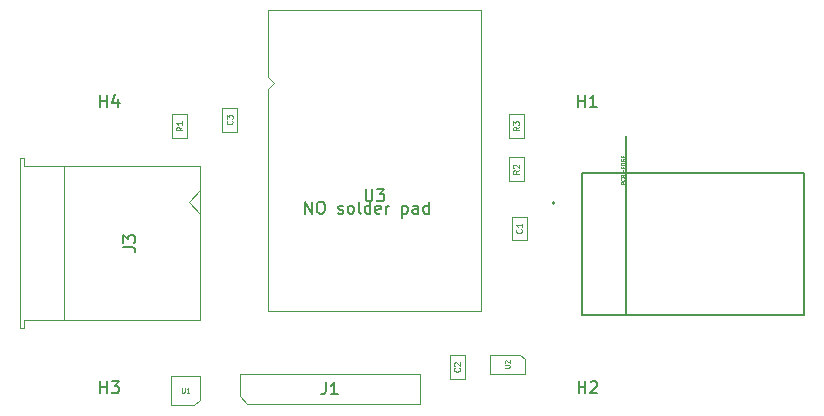
<source format=gbr>
G04 #@! TF.GenerationSoftware,KiCad,Pcbnew,(5.99.0-11535-gf6cac49802)*
G04 #@! TF.CreationDate,2021-08-06T14:04:52-04:00*
G04 #@! TF.ProjectId,esphome-humitemp,65737068-6f6d-4652-9d68-756d6974656d,1*
G04 #@! TF.SameCoordinates,Original*
G04 #@! TF.FileFunction,AssemblyDrawing,Top*
%FSLAX46Y46*%
G04 Gerber Fmt 4.6, Leading zero omitted, Abs format (unit mm)*
G04 Created by KiCad (PCBNEW (5.99.0-11535-gf6cac49802)) date 2021-08-06 14:04:52*
%MOMM*%
%LPD*%
G01*
G04 APERTURE LIST*
%ADD10C,0.150000*%
%ADD11C,0.080000*%
%ADD12C,0.060000*%
%ADD13C,0.100000*%
%ADD14C,0.127000*%
%ADD15C,0.200000*%
G04 APERTURE END LIST*
D10*
X111111904Y-61752380D02*
X111111904Y-60752380D01*
X111683333Y-61752380D01*
X111683333Y-60752380D01*
X112350000Y-60752380D02*
X112540476Y-60752380D01*
X112635714Y-60800000D01*
X112730952Y-60895238D01*
X112778571Y-61085714D01*
X112778571Y-61419047D01*
X112730952Y-61609523D01*
X112635714Y-61704761D01*
X112540476Y-61752380D01*
X112350000Y-61752380D01*
X112254761Y-61704761D01*
X112159523Y-61609523D01*
X112111904Y-61419047D01*
X112111904Y-61085714D01*
X112159523Y-60895238D01*
X112254761Y-60800000D01*
X112350000Y-60752380D01*
X113921428Y-61704761D02*
X114016666Y-61752380D01*
X114207142Y-61752380D01*
X114302380Y-61704761D01*
X114350000Y-61609523D01*
X114350000Y-61561904D01*
X114302380Y-61466666D01*
X114207142Y-61419047D01*
X114064285Y-61419047D01*
X113969047Y-61371428D01*
X113921428Y-61276190D01*
X113921428Y-61228571D01*
X113969047Y-61133333D01*
X114064285Y-61085714D01*
X114207142Y-61085714D01*
X114302380Y-61133333D01*
X114921428Y-61752380D02*
X114826190Y-61704761D01*
X114778571Y-61657142D01*
X114730952Y-61561904D01*
X114730952Y-61276190D01*
X114778571Y-61180952D01*
X114826190Y-61133333D01*
X114921428Y-61085714D01*
X115064285Y-61085714D01*
X115159523Y-61133333D01*
X115207142Y-61180952D01*
X115254761Y-61276190D01*
X115254761Y-61561904D01*
X115207142Y-61657142D01*
X115159523Y-61704761D01*
X115064285Y-61752380D01*
X114921428Y-61752380D01*
X115826190Y-61752380D02*
X115730952Y-61704761D01*
X115683333Y-61609523D01*
X115683333Y-60752380D01*
X116635714Y-61752380D02*
X116635714Y-60752380D01*
X116635714Y-61704761D02*
X116540476Y-61752380D01*
X116350000Y-61752380D01*
X116254761Y-61704761D01*
X116207142Y-61657142D01*
X116159523Y-61561904D01*
X116159523Y-61276190D01*
X116207142Y-61180952D01*
X116254761Y-61133333D01*
X116350000Y-61085714D01*
X116540476Y-61085714D01*
X116635714Y-61133333D01*
X117492857Y-61704761D02*
X117397619Y-61752380D01*
X117207142Y-61752380D01*
X117111904Y-61704761D01*
X117064285Y-61609523D01*
X117064285Y-61228571D01*
X117111904Y-61133333D01*
X117207142Y-61085714D01*
X117397619Y-61085714D01*
X117492857Y-61133333D01*
X117540476Y-61228571D01*
X117540476Y-61323809D01*
X117064285Y-61419047D01*
X117969047Y-61752380D02*
X117969047Y-61085714D01*
X117969047Y-61276190D02*
X118016666Y-61180952D01*
X118064285Y-61133333D01*
X118159523Y-61085714D01*
X118254761Y-61085714D01*
X119350000Y-61085714D02*
X119350000Y-62085714D01*
X119350000Y-61133333D02*
X119445238Y-61085714D01*
X119635714Y-61085714D01*
X119730952Y-61133333D01*
X119778571Y-61180952D01*
X119826190Y-61276190D01*
X119826190Y-61561904D01*
X119778571Y-61657142D01*
X119730952Y-61704761D01*
X119635714Y-61752380D01*
X119445238Y-61752380D01*
X119350000Y-61704761D01*
X120683333Y-61752380D02*
X120683333Y-61228571D01*
X120635714Y-61133333D01*
X120540476Y-61085714D01*
X120350000Y-61085714D01*
X120254761Y-61133333D01*
X120683333Y-61704761D02*
X120588095Y-61752380D01*
X120350000Y-61752380D01*
X120254761Y-61704761D01*
X120207142Y-61609523D01*
X120207142Y-61514285D01*
X120254761Y-61419047D01*
X120350000Y-61371428D01*
X120588095Y-61371428D01*
X120683333Y-61323809D01*
X121588095Y-61752380D02*
X121588095Y-60752380D01*
X121588095Y-61704761D02*
X121492857Y-61752380D01*
X121302380Y-61752380D01*
X121207142Y-61704761D01*
X121159523Y-61657142D01*
X121111904Y-61561904D01*
X121111904Y-61276190D01*
X121159523Y-61180952D01*
X121207142Y-61133333D01*
X121302380Y-61085714D01*
X121492857Y-61085714D01*
X121588095Y-61133333D01*
D11*
X100726190Y-54420833D02*
X100488095Y-54587500D01*
X100726190Y-54706547D02*
X100226190Y-54706547D01*
X100226190Y-54516071D01*
X100250000Y-54468452D01*
X100273809Y-54444642D01*
X100321428Y-54420833D01*
X100392857Y-54420833D01*
X100440476Y-54444642D01*
X100464285Y-54468452D01*
X100488095Y-54516071D01*
X100488095Y-54706547D01*
X100726190Y-53944642D02*
X100726190Y-54230357D01*
X100726190Y-54087500D02*
X100226190Y-54087500D01*
X100297619Y-54135119D01*
X100345238Y-54182738D01*
X100369047Y-54230357D01*
D10*
X93788095Y-76952380D02*
X93788095Y-75952380D01*
X93788095Y-76428571D02*
X94359523Y-76428571D01*
X94359523Y-76952380D02*
X94359523Y-75952380D01*
X94740476Y-75952380D02*
X95359523Y-75952380D01*
X95026190Y-76333333D01*
X95169047Y-76333333D01*
X95264285Y-76380952D01*
X95311904Y-76428571D01*
X95359523Y-76523809D01*
X95359523Y-76761904D01*
X95311904Y-76857142D01*
X95264285Y-76904761D01*
X95169047Y-76952380D01*
X94883333Y-76952380D01*
X94788095Y-76904761D01*
X94740476Y-76857142D01*
X134288095Y-76952380D02*
X134288095Y-75952380D01*
X134288095Y-76428571D02*
X134859523Y-76428571D01*
X134859523Y-76952380D02*
X134859523Y-75952380D01*
X135288095Y-76047619D02*
X135335714Y-76000000D01*
X135430952Y-75952380D01*
X135669047Y-75952380D01*
X135764285Y-76000000D01*
X135811904Y-76047619D01*
X135859523Y-76142857D01*
X135859523Y-76238095D01*
X135811904Y-76380952D01*
X135240476Y-76952380D01*
X135859523Y-76952380D01*
X112866666Y-76052380D02*
X112866666Y-76766666D01*
X112819047Y-76909523D01*
X112723809Y-77004761D01*
X112580952Y-77052380D01*
X112485714Y-77052380D01*
X113866666Y-77052380D02*
X113295238Y-77052380D01*
X113580952Y-77052380D02*
X113580952Y-76052380D01*
X113485714Y-76195238D01*
X113390476Y-76290476D01*
X113295238Y-76338095D01*
X134238095Y-52702380D02*
X134238095Y-51702380D01*
X134238095Y-52178571D02*
X134809523Y-52178571D01*
X134809523Y-52702380D02*
X134809523Y-51702380D01*
X135809523Y-52702380D02*
X135238095Y-52702380D01*
X135523809Y-52702380D02*
X135523809Y-51702380D01*
X135428571Y-51845238D01*
X135333333Y-51940476D01*
X135238095Y-51988095D01*
D12*
X100695238Y-76530952D02*
X100695238Y-76854761D01*
X100714285Y-76892857D01*
X100733333Y-76911904D01*
X100771428Y-76930952D01*
X100847619Y-76930952D01*
X100885714Y-76911904D01*
X100904761Y-76892857D01*
X100923809Y-76854761D01*
X100923809Y-76530952D01*
X101323809Y-76930952D02*
X101095238Y-76930952D01*
X101209523Y-76930952D02*
X101209523Y-76530952D01*
X101171428Y-76588095D01*
X101133333Y-76626190D01*
X101095238Y-76645238D01*
D11*
X129428571Y-63083333D02*
X129452380Y-63107142D01*
X129476190Y-63178571D01*
X129476190Y-63226190D01*
X129452380Y-63297619D01*
X129404761Y-63345238D01*
X129357142Y-63369047D01*
X129261904Y-63392857D01*
X129190476Y-63392857D01*
X129095238Y-63369047D01*
X129047619Y-63345238D01*
X129000000Y-63297619D01*
X128976190Y-63226190D01*
X128976190Y-63178571D01*
X129000000Y-63107142D01*
X129023809Y-63083333D01*
X129476190Y-62607142D02*
X129476190Y-62892857D01*
X129476190Y-62750000D02*
X128976190Y-62750000D01*
X129047619Y-62797619D01*
X129095238Y-62845238D01*
X129119047Y-62892857D01*
X129226190Y-54420833D02*
X128988095Y-54587500D01*
X129226190Y-54706547D02*
X128726190Y-54706547D01*
X128726190Y-54516071D01*
X128750000Y-54468452D01*
X128773809Y-54444642D01*
X128821428Y-54420833D01*
X128892857Y-54420833D01*
X128940476Y-54444642D01*
X128964285Y-54468452D01*
X128988095Y-54516071D01*
X128988095Y-54706547D01*
X128726190Y-54254166D02*
X128726190Y-53944642D01*
X128916666Y-54111309D01*
X128916666Y-54039880D01*
X128940476Y-53992261D01*
X128964285Y-53968452D01*
X129011904Y-53944642D01*
X129130952Y-53944642D01*
X129178571Y-53968452D01*
X129202380Y-53992261D01*
X129226190Y-54039880D01*
X129226190Y-54182738D01*
X129202380Y-54230357D01*
X129178571Y-54254166D01*
D10*
X93788095Y-52702380D02*
X93788095Y-51702380D01*
X93788095Y-52178571D02*
X94359523Y-52178571D01*
X94359523Y-52702380D02*
X94359523Y-51702380D01*
X95264285Y-52035714D02*
X95264285Y-52702380D01*
X95026190Y-51654761D02*
X94788095Y-52369047D01*
X95407142Y-52369047D01*
D11*
X104928571Y-53895833D02*
X104952380Y-53919642D01*
X104976190Y-53991071D01*
X104976190Y-54038690D01*
X104952380Y-54110119D01*
X104904761Y-54157738D01*
X104857142Y-54181547D01*
X104761904Y-54205357D01*
X104690476Y-54205357D01*
X104595238Y-54181547D01*
X104547619Y-54157738D01*
X104500000Y-54110119D01*
X104476190Y-54038690D01*
X104476190Y-53991071D01*
X104500000Y-53919642D01*
X104523809Y-53895833D01*
X104476190Y-53729166D02*
X104476190Y-53419642D01*
X104666666Y-53586309D01*
X104666666Y-53514880D01*
X104690476Y-53467261D01*
X104714285Y-53443452D01*
X104761904Y-53419642D01*
X104880952Y-53419642D01*
X104928571Y-53443452D01*
X104952380Y-53467261D01*
X104976190Y-53514880D01*
X104976190Y-53657738D01*
X104952380Y-53705357D01*
X104928571Y-53729166D01*
D10*
X95742380Y-64583333D02*
X96456666Y-64583333D01*
X96599523Y-64630952D01*
X96694761Y-64726190D01*
X96742380Y-64869047D01*
X96742380Y-64964285D01*
X95742380Y-64202380D02*
X95742380Y-63583333D01*
X96123333Y-63916666D01*
X96123333Y-63773809D01*
X96170952Y-63678571D01*
X96218571Y-63630952D01*
X96313809Y-63583333D01*
X96551904Y-63583333D01*
X96647142Y-63630952D01*
X96694761Y-63678571D01*
X96742380Y-63773809D01*
X96742380Y-64059523D01*
X96694761Y-64154761D01*
X96647142Y-64202380D01*
D11*
X124178571Y-74833333D02*
X124202380Y-74857142D01*
X124226190Y-74928571D01*
X124226190Y-74976190D01*
X124202380Y-75047619D01*
X124154761Y-75095238D01*
X124107142Y-75119047D01*
X124011904Y-75142857D01*
X123940476Y-75142857D01*
X123845238Y-75119047D01*
X123797619Y-75095238D01*
X123750000Y-75047619D01*
X123726190Y-74976190D01*
X123726190Y-74928571D01*
X123750000Y-74857142D01*
X123773809Y-74833333D01*
X123773809Y-74642857D02*
X123750000Y-74619047D01*
X123726190Y-74571428D01*
X123726190Y-74452380D01*
X123750000Y-74404761D01*
X123773809Y-74380952D01*
X123821428Y-74357142D01*
X123869047Y-74357142D01*
X123940476Y-74380952D01*
X124226190Y-74666666D01*
X124226190Y-74357142D01*
X129226190Y-58083333D02*
X128988095Y-58250000D01*
X129226190Y-58369047D02*
X128726190Y-58369047D01*
X128726190Y-58178571D01*
X128750000Y-58130952D01*
X128773809Y-58107142D01*
X128821428Y-58083333D01*
X128892857Y-58083333D01*
X128940476Y-58107142D01*
X128964285Y-58130952D01*
X128988095Y-58178571D01*
X128988095Y-58369047D01*
X128773809Y-57892857D02*
X128750000Y-57869047D01*
X128726190Y-57821428D01*
X128726190Y-57702380D01*
X128750000Y-57654761D01*
X128773809Y-57630952D01*
X128821428Y-57607142D01*
X128869047Y-57607142D01*
X128940476Y-57630952D01*
X129226190Y-57916666D01*
X129226190Y-57607142D01*
X138177261Y-59275678D02*
X137857261Y-59275678D01*
X137857261Y-59153773D01*
X137872500Y-59123297D01*
X137887738Y-59108059D01*
X137918214Y-59092821D01*
X137963928Y-59092821D01*
X137994404Y-59108059D01*
X138009642Y-59123297D01*
X138024880Y-59153773D01*
X138024880Y-59275678D01*
X138146785Y-58772821D02*
X138162023Y-58788059D01*
X138177261Y-58833773D01*
X138177261Y-58864250D01*
X138162023Y-58909964D01*
X138131547Y-58940440D01*
X138101071Y-58955678D01*
X138040119Y-58970916D01*
X137994404Y-58970916D01*
X137933452Y-58955678D01*
X137902976Y-58940440D01*
X137872500Y-58909964D01*
X137857261Y-58864250D01*
X137857261Y-58833773D01*
X137872500Y-58788059D01*
X137887738Y-58772821D01*
X138009642Y-58529011D02*
X138024880Y-58483297D01*
X138040119Y-58468059D01*
X138070595Y-58452821D01*
X138116309Y-58452821D01*
X138146785Y-58468059D01*
X138162023Y-58483297D01*
X138177261Y-58513773D01*
X138177261Y-58635678D01*
X137857261Y-58635678D01*
X137857261Y-58529011D01*
X137872500Y-58498535D01*
X137887738Y-58483297D01*
X137918214Y-58468059D01*
X137948690Y-58468059D01*
X137979166Y-58483297D01*
X137994404Y-58498535D01*
X138009642Y-58529011D01*
X138009642Y-58635678D01*
X138055357Y-58315678D02*
X138055357Y-58071869D01*
X138009642Y-57919488D02*
X138009642Y-57812821D01*
X138177261Y-57767107D02*
X138177261Y-57919488D01*
X137857261Y-57919488D01*
X137857261Y-57767107D01*
X138177261Y-57629964D02*
X137857261Y-57629964D01*
X137857261Y-57553773D01*
X137872500Y-57508059D01*
X137902976Y-57477583D01*
X137933452Y-57462345D01*
X137994404Y-57447107D01*
X138040119Y-57447107D01*
X138101071Y-57462345D01*
X138131547Y-57477583D01*
X138162023Y-57508059D01*
X138177261Y-57553773D01*
X138177261Y-57629964D01*
X137872500Y-57142345D02*
X137857261Y-57172821D01*
X137857261Y-57218535D01*
X137872500Y-57264250D01*
X137902976Y-57294726D01*
X137933452Y-57309964D01*
X137994404Y-57325202D01*
X138040119Y-57325202D01*
X138101071Y-57309964D01*
X138131547Y-57294726D01*
X138162023Y-57264250D01*
X138177261Y-57218535D01*
X138177261Y-57188059D01*
X138162023Y-57142345D01*
X138146785Y-57127107D01*
X138040119Y-57127107D01*
X138040119Y-57188059D01*
X138009642Y-56989964D02*
X138009642Y-56883297D01*
X138177261Y-56837583D02*
X138177261Y-56989964D01*
X137857261Y-56989964D01*
X137857261Y-56837583D01*
D12*
X128030952Y-74804761D02*
X128354761Y-74804761D01*
X128392857Y-74785714D01*
X128411904Y-74766666D01*
X128430952Y-74728571D01*
X128430952Y-74652380D01*
X128411904Y-74614285D01*
X128392857Y-74595238D01*
X128354761Y-74576190D01*
X128030952Y-74576190D01*
X128069047Y-74404761D02*
X128050000Y-74385714D01*
X128030952Y-74347619D01*
X128030952Y-74252380D01*
X128050000Y-74214285D01*
X128069047Y-74195238D01*
X128107142Y-74176190D01*
X128145238Y-74176190D01*
X128202380Y-74195238D01*
X128430952Y-74423809D01*
X128430952Y-74176190D01*
D10*
X116238095Y-59702380D02*
X116238095Y-60511904D01*
X116285714Y-60607142D01*
X116333333Y-60654761D01*
X116428571Y-60702380D01*
X116619047Y-60702380D01*
X116714285Y-60654761D01*
X116761904Y-60607142D01*
X116809523Y-60511904D01*
X116809523Y-59702380D01*
X117190476Y-59702380D02*
X117809523Y-59702380D01*
X117476190Y-60083333D01*
X117619047Y-60083333D01*
X117714285Y-60130952D01*
X117761904Y-60178571D01*
X117809523Y-60273809D01*
X117809523Y-60511904D01*
X117761904Y-60607142D01*
X117714285Y-60654761D01*
X117619047Y-60702380D01*
X117333333Y-60702380D01*
X117238095Y-60654761D01*
X117190476Y-60607142D01*
D13*
X101125000Y-55337500D02*
X99875000Y-55337500D01*
X101125000Y-53337500D02*
X101125000Y-55337500D01*
X99875000Y-53337500D02*
X101125000Y-53337500D01*
X99875000Y-55337500D02*
X99875000Y-53337500D01*
X105580000Y-77235000D02*
X105580000Y-75330000D01*
X106215000Y-77870000D02*
X105580000Y-77235000D01*
X120820000Y-77870000D02*
X106215000Y-77870000D01*
X105580000Y-75330000D02*
X120820000Y-75330000D01*
X120820000Y-75330000D02*
X120820000Y-77870000D01*
X99750000Y-78000000D02*
X99750000Y-75500000D01*
X99750000Y-75500000D02*
X102250000Y-75500000D01*
X102250000Y-75500000D02*
X102250000Y-77500000D01*
X102250000Y-77500000D02*
X101750000Y-78000000D01*
X101750000Y-78000000D02*
X99750000Y-78000000D01*
X129875000Y-64000000D02*
X128625000Y-64000000D01*
X128625000Y-62000000D02*
X129875000Y-62000000D01*
X128625000Y-64000000D02*
X128625000Y-62000000D01*
X129875000Y-62000000D02*
X129875000Y-64000000D01*
X129625000Y-53337500D02*
X129625000Y-55337500D01*
X129625000Y-55337500D02*
X128375000Y-55337500D01*
X128375000Y-53337500D02*
X129625000Y-53337500D01*
X128375000Y-55337500D02*
X128375000Y-53337500D01*
X104125000Y-54812500D02*
X104125000Y-52812500D01*
X104125000Y-52812500D02*
X105375000Y-52812500D01*
X105375000Y-52812500D02*
X105375000Y-54812500D01*
X105375000Y-54812500D02*
X104125000Y-54812500D01*
X102260000Y-70800000D02*
X87300000Y-70800000D01*
X87000000Y-57050000D02*
X87000000Y-71450000D01*
X87300000Y-57700000D02*
X87300000Y-57050000D01*
X90720000Y-57700000D02*
X90720000Y-70800000D01*
X87300000Y-71450000D02*
X87300000Y-70800000D01*
X87300000Y-57700000D02*
X102260000Y-57700000D01*
X87000000Y-71450000D02*
X87300000Y-71450000D01*
X87300000Y-57050000D02*
X87000000Y-57050000D01*
X102260000Y-59750000D02*
X101260000Y-60750000D01*
X101260000Y-60750000D02*
X102260000Y-61750000D01*
X102260000Y-57700000D02*
X102260000Y-70800000D01*
X123375000Y-73750000D02*
X124625000Y-73750000D01*
X123375000Y-75750000D02*
X123375000Y-73750000D01*
X124625000Y-73750000D02*
X124625000Y-75750000D01*
X124625000Y-75750000D02*
X123375000Y-75750000D01*
X128375000Y-59000000D02*
X128375000Y-57000000D01*
X128375000Y-57000000D02*
X129625000Y-57000000D01*
X129625000Y-59000000D02*
X128375000Y-59000000D01*
X129625000Y-57000000D02*
X129625000Y-59000000D01*
D14*
X153362500Y-70344250D02*
X153362500Y-58344250D01*
X153362500Y-58344250D02*
X138312500Y-58344250D01*
X138312500Y-70344250D02*
X153362500Y-70344250D01*
X134562500Y-58344250D02*
X134562500Y-70344250D01*
X138312500Y-58344250D02*
X138312500Y-55144250D01*
X138312500Y-70344250D02*
X138312500Y-58344250D01*
X134562500Y-70344250D02*
X138312500Y-70344250D01*
X138312500Y-58344250D02*
X134562500Y-58344250D01*
D15*
X132262500Y-60844250D02*
G75*
G03*
X132262500Y-60844250I-100000J0D01*
G01*
D13*
X126800000Y-75300000D02*
X126800000Y-73700000D01*
X129700000Y-74100000D02*
X129700000Y-75300000D01*
X129300000Y-73700000D02*
X129700000Y-74100000D01*
X129700000Y-75300000D02*
X126800000Y-75300000D01*
X126800000Y-73700000D02*
X129300000Y-73700000D01*
X108500000Y-50730000D02*
X108000000Y-50230000D01*
X108000000Y-70010000D02*
X126000000Y-70010000D01*
X108000000Y-44505000D02*
X126000000Y-44505000D01*
X108000000Y-51230000D02*
X108500000Y-50730000D01*
X108000000Y-44505000D02*
X108000000Y-50230000D01*
X108000000Y-51230000D02*
X108000000Y-70010000D01*
X126000000Y-70010000D02*
X126000000Y-44505000D01*
M02*

</source>
